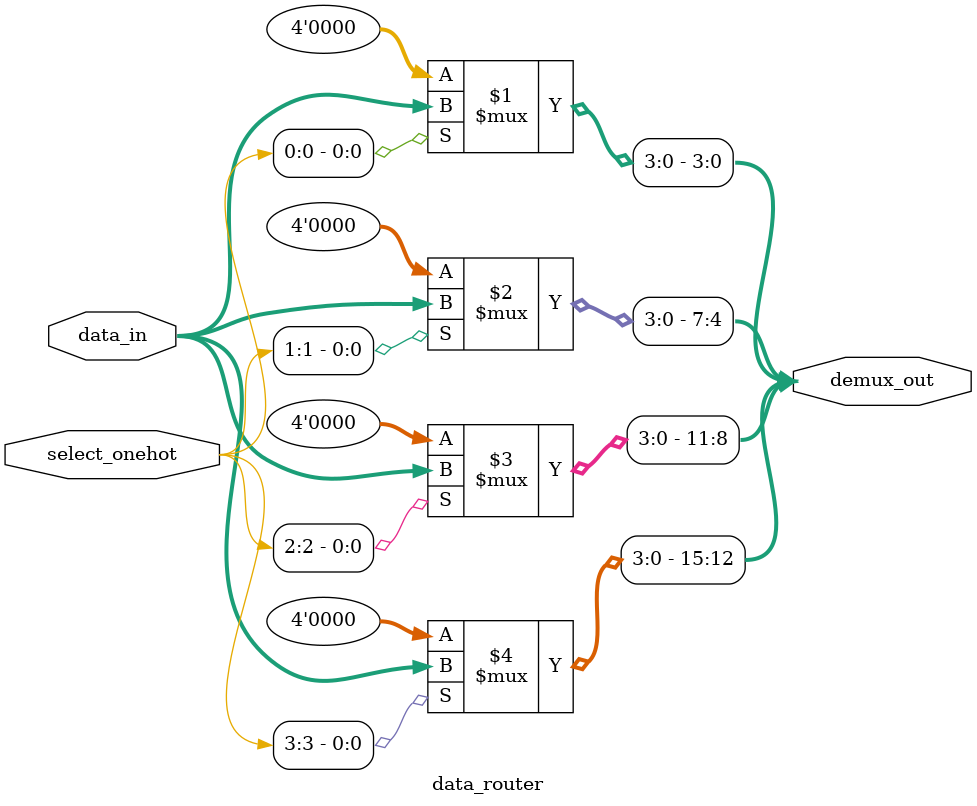
<source format=sv>
module multibit_demux #(
    parameter DATA_WIDTH = 4,              // Width of data bus
    parameter OUT_COUNT = 4,               // Number of outputs
    parameter SEL_WIDTH = 2                // Width of select signal
) (
    input wire [DATA_WIDTH-1:0] data_in,   // Input data bus
    input wire [SEL_WIDTH-1:0] select,     // Selection input
    output wire [DATA_WIDTH*OUT_COUNT-1:0] demux_out // Combined outputs
);
    // Internal wires between modules
    wire [OUT_COUNT-1:0] select_onehot;
    
    // Instance of decoder module - converts binary select to one-hot
    decoder_to_onehot #(
        .SEL_WIDTH(SEL_WIDTH),
        .OUT_COUNT(OUT_COUNT)
    ) select_decoder (
        .select(select),
        .onehot(select_onehot)
    );
    
    // Instance of data routing module - routes data based on one-hot select
    data_router #(
        .DATA_WIDTH(DATA_WIDTH),
        .OUT_COUNT(OUT_COUNT)
    ) data_route (
        .data_in(data_in),
        .select_onehot(select_onehot),
        .demux_out(demux_out)
    );
endmodule

// Decoder module - converts binary select to one-hot encoding
module decoder_to_onehot #(
    parameter SEL_WIDTH = 2,
    parameter OUT_COUNT = 4
) (
    input wire [SEL_WIDTH-1:0] select,
    output wire [OUT_COUNT-1:0] onehot
);
    // Optimized binary to one-hot conversion
    assign onehot = (1'b1 << select);
endmodule

// Data routing module - routes data based on one-hot select
module data_router #(
    parameter DATA_WIDTH = 4,
    parameter OUT_COUNT = 4
) (
    input wire [DATA_WIDTH-1:0] data_in,
    input wire [OUT_COUNT-1:0] select_onehot,
    output wire [DATA_WIDTH*OUT_COUNT-1:0] demux_out
);
    // Optimized data routing implementation
    genvar i;
    generate
        for (i = 0; i < OUT_COUNT; i = i + 1) begin : out_groups
            assign demux_out[DATA_WIDTH*(i+1)-1:DATA_WIDTH*i] = 
                select_onehot[i] ? data_in : {DATA_WIDTH{1'b0}};
        end
    endgenerate
endmodule
</source>
